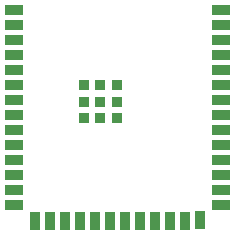
<source format=gtp>
G04 Layer: TopPasteMaskLayer*
G04 EasyEDA Pro v2.2.32.3, 2024-12-01 19:29:51*
G04 Gerber Generator version 0.3*
G04 Scale: 100 percent, Rotated: No, Reflected: No*
G04 Dimensions in millimeters*
G04 Leading zeros omitted, absolute positions, 3 integers and 5 decimals*
%FSLAX35Y35*%
%MOMM*%
%ADD10R,1.5X0.9*%
%ADD11R,0.9X1.5*%
%ADD12R,1.5X0.9*%
%ADD13R,0.9X0.9*%
G75*


G04 Pad Start*
G54D10*
G01X140995Y-761505D03*
G01X140995Y-888505D03*
G01X140995Y-1015505D03*
G01X140995Y-1142505D03*
G01X140995Y-1269505D03*
G01X140995Y-1396505D03*
G01X140995Y-1523505D03*
G01X140995Y-1650505D03*
G01X140995Y-1777505D03*
G01X140995Y-1904505D03*
G01X140995Y-2031505D03*
G01X140995Y-2158505D03*
G01X140995Y-2285505D03*
G01X140995Y-2412505D03*
G54D11*
G01X317500Y-2540495D03*
G01X444500Y-2540495D03*
G01X571500Y-2540495D03*
G01X698500Y-2540495D03*
G01X825500Y-2540495D03*
G01X952500Y-2540495D03*
G01X1079500Y-2540495D03*
G01X1206500Y-2540495D03*
G01X1333500Y-2540495D03*
G01X1460500Y-2540495D03*
G01X1587500Y-2540495D03*
G01X1714500Y-2537498D03*
G54D12*
G01X1891005Y-2412505D03*
G01X1891005Y-2285505D03*
G01X1891005Y-2158505D03*
G01X1891005Y-2031505D03*
G01X1891005Y-1904505D03*
G01X1891005Y-1777505D03*
G01X1891005Y-1650505D03*
G01X1891005Y-1523505D03*
G01X1891005Y-1396505D03*
G01X1891005Y-1269505D03*
G01X1891005Y-1142505D03*
G01X1891005Y-1015505D03*
G01X1891005Y-888505D03*
G01X1891005Y-761505D03*
G54D13*
G01X1005992Y-1673517D03*
G01X865988Y-1673517D03*
G01X725983Y-1673517D03*
G01X725983Y-1393507D03*
G01X865988Y-1393507D03*
G01X1005992Y-1393507D03*
G01X1005992Y-1533512D03*
G01X725983Y-1533512D03*
G01X865988Y-1533512D03*
G04 Pad End*

M02*


</source>
